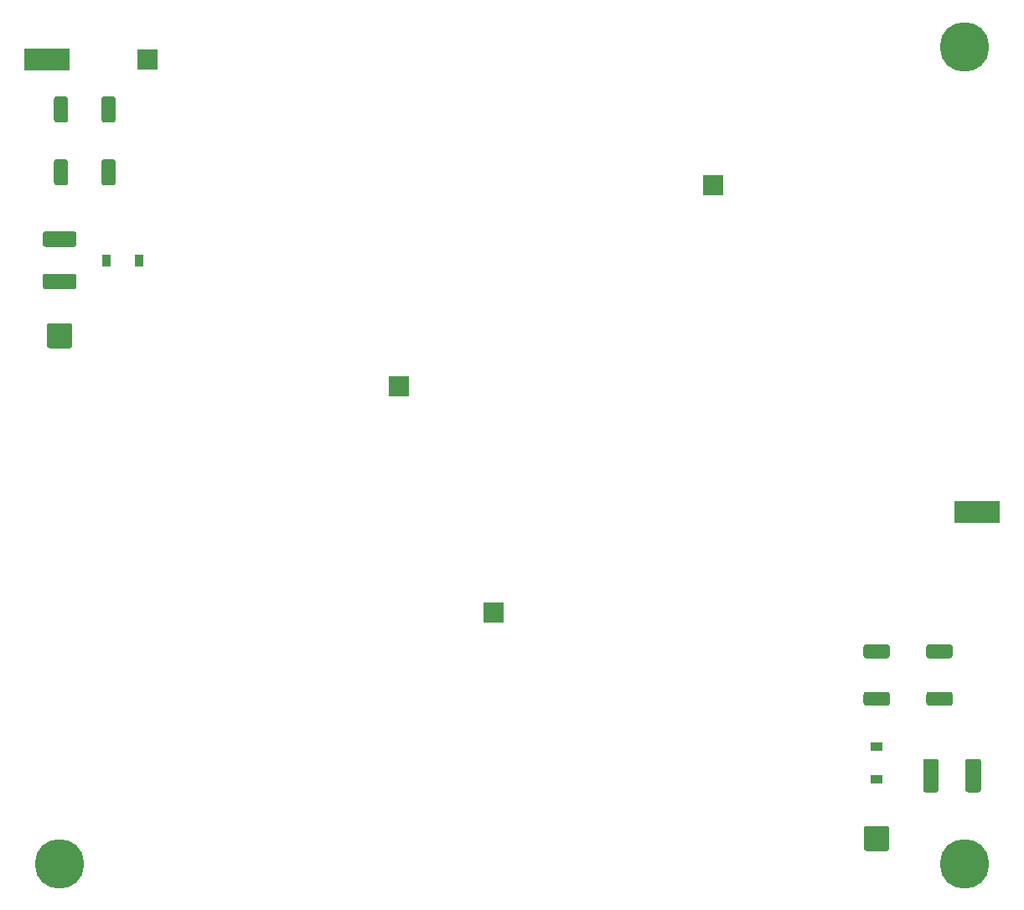
<source format=gbr>
%TF.GenerationSoftware,KiCad,Pcbnew,(5.1.12)-1*%
%TF.CreationDate,2021-12-02T17:45:38+10:30*%
%TF.ProjectId,SWR_02,5357525f-3032-42e6-9b69-6361645f7063,2*%
%TF.SameCoordinates,Original*%
%TF.FileFunction,Soldermask,Top*%
%TF.FilePolarity,Negative*%
%FSLAX46Y46*%
G04 Gerber Fmt 4.6, Leading zero omitted, Abs format (unit mm)*
G04 Created by KiCad (PCBNEW (5.1.12)-1) date 2021-12-02 17:45:38*
%MOMM*%
%LPD*%
G01*
G04 APERTURE LIST*
%ADD10R,2.032000X2.159000*%
%ADD11R,2.159000X2.032000*%
%ADD12R,4.572000X2.184400*%
%ADD13C,5.000000*%
%ADD14C,2.900000*%
%ADD15R,0.900000X1.200000*%
%ADD16R,1.200000X0.900000*%
G04 APERTURE END LIST*
D10*
%TO.C,L1A1*%
X63500000Y-30480000D03*
%TD*%
%TO.C,L1A2*%
X120650000Y-43180000D03*
%TD*%
D11*
%TO.C,L2A1*%
X88900000Y-63500000D03*
%TD*%
D10*
%TO.C,L2A2*%
X98425000Y-86360000D03*
%TD*%
D12*
%TO.C,J2*%
X147320000Y-76200000D03*
%TD*%
%TO.C,J1*%
X53340000Y-30480000D03*
%TD*%
D13*
%TO.C,H2*%
X54610000Y-111760000D03*
D14*
X54610000Y-111760000D03*
%TD*%
D13*
%TO.C,H1*%
X146050000Y-29210000D03*
D14*
X146050000Y-29210000D03*
%TD*%
%TO.C,C1*%
G36*
G01*
X53159998Y-52150000D02*
X56060002Y-52150000D01*
G75*
G02*
X56310000Y-52399998I0J-249998D01*
G01*
X56310000Y-53475002D01*
G75*
G02*
X56060002Y-53725000I-249998J0D01*
G01*
X53159998Y-53725000D01*
G75*
G02*
X52910000Y-53475002I0J249998D01*
G01*
X52910000Y-52399998D01*
G75*
G02*
X53159998Y-52150000I249998J0D01*
G01*
G37*
G36*
G01*
X53159998Y-47875000D02*
X56060002Y-47875000D01*
G75*
G02*
X56310000Y-48124998I0J-249998D01*
G01*
X56310000Y-49200002D01*
G75*
G02*
X56060002Y-49450000I-249998J0D01*
G01*
X53159998Y-49450000D01*
G75*
G02*
X52910000Y-49200002I0J249998D01*
G01*
X52910000Y-48124998D01*
G75*
G02*
X53159998Y-47875000I249998J0D01*
G01*
G37*
%TD*%
%TO.C,R1*%
G36*
G01*
X60250000Y-34484999D02*
X60250000Y-36635001D01*
G75*
G02*
X60000001Y-36885000I-249999J0D01*
G01*
X59099999Y-36885000D01*
G75*
G02*
X58850000Y-36635001I0J249999D01*
G01*
X58850000Y-34484999D01*
G75*
G02*
X59099999Y-34235000I249999J0D01*
G01*
X60000001Y-34235000D01*
G75*
G02*
X60250000Y-34484999I0J-249999D01*
G01*
G37*
G36*
G01*
X55450000Y-34484999D02*
X55450000Y-36635001D01*
G75*
G02*
X55200001Y-36885000I-249999J0D01*
G01*
X54299999Y-36885000D01*
G75*
G02*
X54050000Y-36635001I0J249999D01*
G01*
X54050000Y-34484999D01*
G75*
G02*
X54299999Y-34235000I249999J0D01*
G01*
X55200001Y-34235000D01*
G75*
G02*
X55450000Y-34484999I0J-249999D01*
G01*
G37*
%TD*%
%TO.C,R2*%
G36*
G01*
X55450000Y-40834999D02*
X55450000Y-42985001D01*
G75*
G02*
X55200001Y-43235000I-249999J0D01*
G01*
X54299999Y-43235000D01*
G75*
G02*
X54050000Y-42985001I0J249999D01*
G01*
X54050000Y-40834999D01*
G75*
G02*
X54299999Y-40585000I249999J0D01*
G01*
X55200001Y-40585000D01*
G75*
G02*
X55450000Y-40834999I0J-249999D01*
G01*
G37*
G36*
G01*
X60250000Y-40834999D02*
X60250000Y-42985001D01*
G75*
G02*
X60000001Y-43235000I-249999J0D01*
G01*
X59099999Y-43235000D01*
G75*
G02*
X58850000Y-42985001I0J249999D01*
G01*
X58850000Y-40834999D01*
G75*
G02*
X59099999Y-40585000I249999J0D01*
G01*
X60000001Y-40585000D01*
G75*
G02*
X60250000Y-40834999I0J-249999D01*
G01*
G37*
%TD*%
%TO.C,R3*%
G36*
G01*
X138235001Y-91010000D02*
X136084999Y-91010000D01*
G75*
G02*
X135835000Y-90760001I0J249999D01*
G01*
X135835000Y-89859999D01*
G75*
G02*
X136084999Y-89610000I249999J0D01*
G01*
X138235001Y-89610000D01*
G75*
G02*
X138485000Y-89859999I0J-249999D01*
G01*
X138485000Y-90760001D01*
G75*
G02*
X138235001Y-91010000I-249999J0D01*
G01*
G37*
G36*
G01*
X138235001Y-95810000D02*
X136084999Y-95810000D01*
G75*
G02*
X135835000Y-95560001I0J249999D01*
G01*
X135835000Y-94659999D01*
G75*
G02*
X136084999Y-94410000I249999J0D01*
G01*
X138235001Y-94410000D01*
G75*
G02*
X138485000Y-94659999I0J-249999D01*
G01*
X138485000Y-95560001D01*
G75*
G02*
X138235001Y-95810000I-249999J0D01*
G01*
G37*
%TD*%
%TO.C,R4*%
G36*
G01*
X144585001Y-95810000D02*
X142434999Y-95810000D01*
G75*
G02*
X142185000Y-95560001I0J249999D01*
G01*
X142185000Y-94659999D01*
G75*
G02*
X142434999Y-94410000I249999J0D01*
G01*
X144585001Y-94410000D01*
G75*
G02*
X144835000Y-94659999I0J-249999D01*
G01*
X144835000Y-95560001D01*
G75*
G02*
X144585001Y-95810000I-249999J0D01*
G01*
G37*
G36*
G01*
X144585001Y-91010000D02*
X142434999Y-91010000D01*
G75*
G02*
X142185000Y-90760001I0J249999D01*
G01*
X142185000Y-89859999D01*
G75*
G02*
X142434999Y-89610000I249999J0D01*
G01*
X144585001Y-89610000D01*
G75*
G02*
X144835000Y-89859999I0J-249999D01*
G01*
X144835000Y-90760001D01*
G75*
G02*
X144585001Y-91010000I-249999J0D01*
G01*
G37*
%TD*%
%TO.C,J3*%
G36*
G01*
X53335000Y-59445001D02*
X53335000Y-57394999D01*
G75*
G02*
X53584999Y-57145000I249999J0D01*
G01*
X55635001Y-57145000D01*
G75*
G02*
X55885000Y-57394999I0J-249999D01*
G01*
X55885000Y-59445001D01*
G75*
G02*
X55635001Y-59695000I-249999J0D01*
G01*
X53584999Y-59695000D01*
G75*
G02*
X53335000Y-59445001I0J249999D01*
G01*
G37*
%TD*%
%TO.C,J4*%
G36*
G01*
X135885000Y-110245001D02*
X135885000Y-108194999D01*
G75*
G02*
X136134999Y-107945000I249999J0D01*
G01*
X138185001Y-107945000D01*
G75*
G02*
X138435000Y-108194999I0J-249999D01*
G01*
X138435000Y-110245001D01*
G75*
G02*
X138185001Y-110495000I-249999J0D01*
G01*
X136134999Y-110495000D01*
G75*
G02*
X135885000Y-110245001I0J249999D01*
G01*
G37*
%TD*%
%TO.C,C2*%
G36*
G01*
X141855000Y-104320001D02*
X141855000Y-101419999D01*
G75*
G02*
X142104999Y-101170000I249999J0D01*
G01*
X143180001Y-101170000D01*
G75*
G02*
X143430000Y-101419999I0J-249999D01*
G01*
X143430000Y-104320001D01*
G75*
G02*
X143180001Y-104570000I-249999J0D01*
G01*
X142104999Y-104570000D01*
G75*
G02*
X141855000Y-104320001I0J249999D01*
G01*
G37*
G36*
G01*
X146130000Y-104320001D02*
X146130000Y-101419999D01*
G75*
G02*
X146379999Y-101170000I249999J0D01*
G01*
X147455001Y-101170000D01*
G75*
G02*
X147705000Y-101419999I0J-249999D01*
G01*
X147705000Y-104320001D01*
G75*
G02*
X147455001Y-104570000I-249999J0D01*
G01*
X146379999Y-104570000D01*
G75*
G02*
X146130000Y-104320001I0J249999D01*
G01*
G37*
%TD*%
D15*
%TO.C,D1*%
X59310000Y-50800000D03*
X62610000Y-50800000D03*
%TD*%
D16*
%TO.C,D2*%
X137160000Y-99950000D03*
X137160000Y-103250000D03*
%TD*%
D14*
%TO.C,H3*%
X146050000Y-111760000D03*
D13*
X146050000Y-111760000D03*
%TD*%
M02*

</source>
